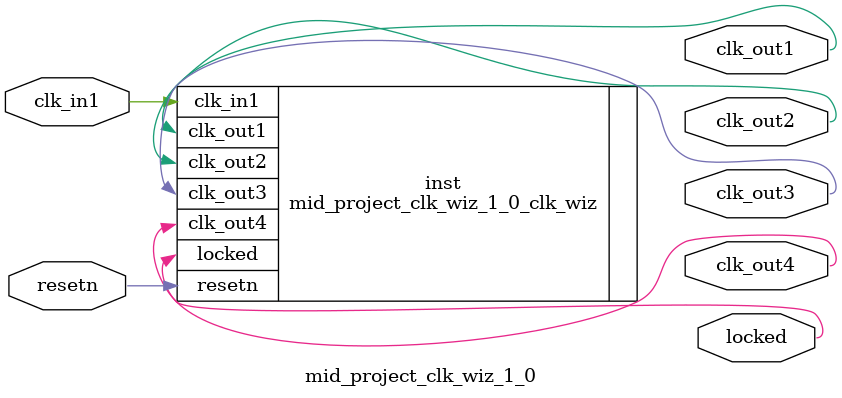
<source format=v>


`timescale 1ps/1ps

(* CORE_GENERATION_INFO = "mid_project_clk_wiz_1_0,clk_wiz_v6_0_2_0_0,{component_name=mid_project_clk_wiz_1_0,use_phase_alignment=true,use_min_o_jitter=false,use_max_i_jitter=false,use_dyn_phase_shift=false,use_inclk_switchover=false,use_dyn_reconfig=false,enable_axi=0,feedback_source=FDBK_AUTO,PRIMITIVE=MMCM,num_out_clk=4,clkin1_period=10.000,clkin2_period=10.000,use_power_down=false,use_reset=true,use_locked=true,use_inclk_stopped=false,feedback_type=SINGLE,CLOCK_MGR_TYPE=NA,manual_override=false}" *)

module mid_project_clk_wiz_1_0 
 (
  // Clock out ports
  output        clk_out1,
  output        clk_out2,
  output        clk_out3,
  output        clk_out4,
  // Status and control signals
  input         resetn,
  output        locked,
 // Clock in ports
  input         clk_in1
 );

  mid_project_clk_wiz_1_0_clk_wiz inst
  (
  // Clock out ports  
  .clk_out1(clk_out1),
  .clk_out2(clk_out2),
  .clk_out3(clk_out3),
  .clk_out4(clk_out4),
  // Status and control signals               
  .resetn(resetn), 
  .locked(locked),
 // Clock in ports
  .clk_in1(clk_in1)
  );

endmodule

</source>
